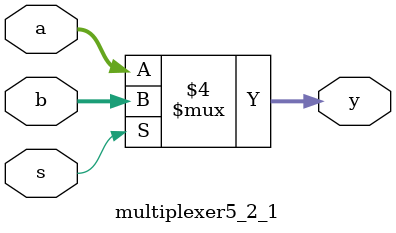
<source format=v>
`timescale 1ns / 1ps


module multiplexer5_2_1(
input wire[4:0]a,
input wire[4:0]b,
input wire s,
output reg[4:0]y 
    );
    always@(a,b,s)
    if(s==0)
        y=a;
    else
        y=b;
endmodule

</source>
